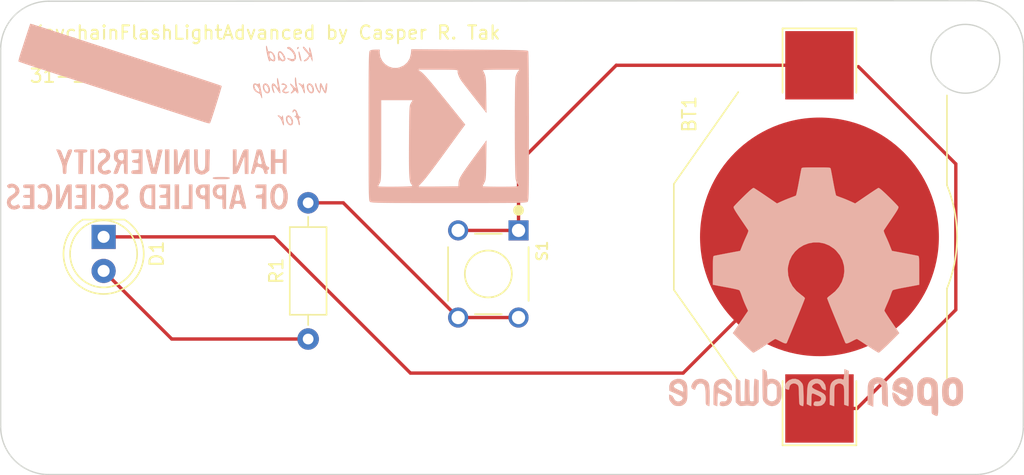
<source format=kicad_pcb>
(kicad_pcb (version 20221018) (generator pcbnew)
  (title_block (title "KeychainFlasLightAdvanced") (date "2023-12-31") (rev "V0.1") (comment 1 "Designed By: Casper Tak"))
  (layers (0 "F.Cu" signal) (31 "B.Cu" signal) (34 "B.Paste" user) (35 "F.Paste" user) (36 "B.SilkS" user "B.Silkscreen") (37 "F.SilkS" user "F.Silkscreen") (38 "B.Mask" user) (39 "F.Mask" user) (44 "Edge.Cuts" user))
  (net 0 "")
  (net 1 "Net-(BT1-+)")
  (net 2 "+3.3V")
  (net 3 "Net-(D1-A)")
  (net 4 "GND")
  (net 5 "Net-(R1-Pad2)")
  (footprint "Battery:BatteryHolder_Keystone_3002_1x2032" (layer "F.Cu") (at 128.524 67.056 -90)
    (fp_text reference "BT1" (at -9.15 9.7 90) (layer "F.SilkS"))
    (fp_text value "Battery_Cell")
    (pad "1" smd rect (at -12.8 0 270) (size 5.1 5.1) (layers "F.Cu" "F.Paste" "F.Mask") (net 1 "Net-(BT1-+)"))
    (pad "1" smd rect (at 12.8 0 270) (size 5.1 5.1) (layers "F.Cu" "F.Paste" "F.Mask") (net 1 "Net-(BT1-+)"))
    (pad "2" smd circle (at 0 0 270) (size 17.8 17.8) (layers "F.Cu" "F.Mask") (net 2 "+3.3V"))
  )
  (footprint "FSM8JH:SW_FSM8JH" (layer "F.Cu") (at 103.85 69.8234 -90)
    (fp_text reference "S1" (at -1.71258 -4.01401 90) (layer "F.SilkS") (effects (font (size 0.801197 0.801197))))
    (fp_text value "FSM8JH")
    (pad "1" thru_hole rect (at -3.25 -2.25 270) (size 1.498 1.498) (drill 0.99) (layers "*.Cu" "*.Mask") (net 1 "Net-(BT1-+)"))
    (pad "2" thru_hole circle (at -3.25 2.25 270) (size 1.498 1.498) (drill 0.99) (layers "*.Cu" "*.Mask") (net 1 "Net-(BT1-+)"))
    (pad "3" thru_hole circle (at 3.25 -2.25 270) (size 1.498 1.498) (drill 0.99) (layers "*.Cu" "*.Mask") (net 5 "Net-(R1-Pad2)"))
    (pad "4" thru_hole circle (at 3.25 2.25 270) (size 1.498 1.498) (drill 0.99) (layers "*.Cu" "*.Mask") (net 5 "Net-(R1-Pad2)"))
  )
  (footprint "Resistor_THT:R_Axial_DIN0207_L6.3mm_D2.5mm_P10.16mm_Horizontal" (layer "F.Cu") (at 90.424 74.676 90)
    (fp_text reference "R1" (at 5.08 -2.37 90) (layer "F.SilkS"))
    (fp_text value "R")
    (pad "1" thru_hole circle (at 0 0 90) (size 1.6 1.6) (drill 0.8) (layers "*.Cu" "*.Mask") (net 3 "Net-(D1-A)"))
    (pad "2" thru_hole oval (at 10.16 0 90) (size 1.6 1.6) (drill 0.8) (layers "*.Cu" "*.Mask") (net 5 "Net-(R1-Pad2)"))
  )
  (footprint "LED_THT:LED_D5.0mm_Clear" (layer "F.Cu") (at 75.184 67.056 -90)
    (fp_text reference "D1" (at 1.27 -3.96 90) (layer "F.SilkS"))
    (fp_text value "LED")
    (pad "1" thru_hole rect (at 0 0 270) (size 1.8 1.8) (drill 0.9) (layers "*.Cu" "*.Mask") (net 4 "GND"))
    (pad "2" thru_hole circle (at 2.54 0 270) (size 1.8 1.8) (drill 0.9) (layers "*.Cu" "*.Mask") (net 3 "Net-(D1-A)"))
  )
  (footprint "Symbol:OSHW-Logo2_24.3x20mm_SilkScreen" (layer "B.Cu") (at 128.27 71.12 180)
    (fp_text reference "REF**" hide)
    (fp_text value "OSHW-Logo2_24.3x20mm_SilkScreen" hide)
  )
  (footprint "LOGO" (layer "B.Cu") (at 86.868 58.42 180)
    (fp_text reference "G***" hide)
    (fp_text value "LOGO" hide)
  )
  (gr_arc (start 140.181321 49.437263) (mid 142.6972 50.4952) (end 143.73714 53.018572) (stroke (width 0.1)) (layer "Edge.Cuts"))
  (gr_arc (start 71.0692 84.7852) (mid 68.553321 83.727263) (end 67.513381 81.203891) (stroke (width 0.1)) (layer "Edge.Cuts"))
  (gr_line (start 67.513381 81.203891) (end 67.5132 53.0352) (stroke (width 0.1)) (layer "Edge.Cuts"))
  (gr_arc (start 143.7132 81.2292) (mid 142.655263 83.745079) (end 140.131891 84.785019) (stroke (width 0.1)) (layer "Edge.Cuts"))
  (gr_line (start 71.094509 49.479381) (end 140.181321 49.437263) (stroke (width 0.1)) (layer "Edge.Cuts"))
  (gr_line (start 143.73714 53.018572) (end 143.7132 81.2292) (stroke (width 0.1)) (layer "Edge.Cuts"))
  (gr_line (start 140.131891 84.785019) (end 71.0692 84.7852) (stroke (width 0.1)) (layer "Edge.Cuts"))
  (gr_circle (center 139.3952 53.7718) (end 139.9032 56.2864) (stroke (width 0.1)) (fill none) (layer "Edge.Cuts"))
  (gr_arc (start 67.5132 53.0352) (mid 68.571137 50.519321) (end 71.094509 49.479381) (stroke (width 0.1)) (layer "Edge.Cuts"))
  (gr_text "KeychainFlashLightAdvanced by Casper R. Tak\nV0.1\n31-12-2023" (at 69.596 55.626) (layer "F.SilkS") (effects (font (size 1 1)) (justify left bottom)))
  (segment (start 75.184 67.056) (end 87.884 67.056) (width 0.25) (layer "F.Cu") (net 0))
  (segment (start 98.044 77.216) (end 118.364 77.216) (width 0.25) (layer "F.Cu") (net 0))
  (segment (start 87.884 67.056) (end 98.044 77.216) (width 0.25) (layer "F.Cu") (net 0))
  (segment (start 118.364 77.216) (end 128.524 67.056) (width 0.25) (layer "F.Cu") (net 0))
  (segment (start 128.524 54.256) (end 113.384 54.256) (width 0.25) (layer "F.Cu") (net 1))
  (segment (start 106.1 66.5734) (end 106.1 61.54) (width 0.25) (layer "F.Cu") (net 1))
  (segment (start 138.684 72.496) (end 138.684 61.616) (width 0.25) (layer "F.Cu") (net 1))
  (segment (start 138.684 61.616) (end 131.424 54.356) (width 0.25) (layer "F.Cu") (net 1))
  (segment (start 106.1 61.54) (end 113.384 54.256) (width 0.25) (layer "F.Cu") (net 1))
  (segment (start 131.324 79.856) (end 138.684 72.496) (width 0.25) (layer "F.Cu") (net 1))
  (segment (start 128.524 79.856) (end 131.324 79.856) (width 0.25) (layer "F.Cu") (net 1))
  (segment (start 101.6 66.5734) (end 106.1 66.5734) (width 0.25) (layer "F.Cu") (net 1))
  (segment (start 90.424 74.676) (end 80.264 74.676) (width 0.25) (layer "F.Cu") (net 3))
  (segment (start 80.264 74.676) (end 75.184 69.596) (width 0.25) (layer "F.Cu") (net 3))
  (segment (start 93.0426 64.516) (end 101.6 73.0734) (width 0.25) (layer "F.Cu") (net 5))
  (segment (start 106.1 73.0734) (end 101.6 73.0734) (width 0.25) (layer "F.Cu") (net 5))
  (segment (start 90.424 64.516) (end 93.0426 64.516) (width 0.25) (layer "F.Cu") (net 5))
)
</source>
